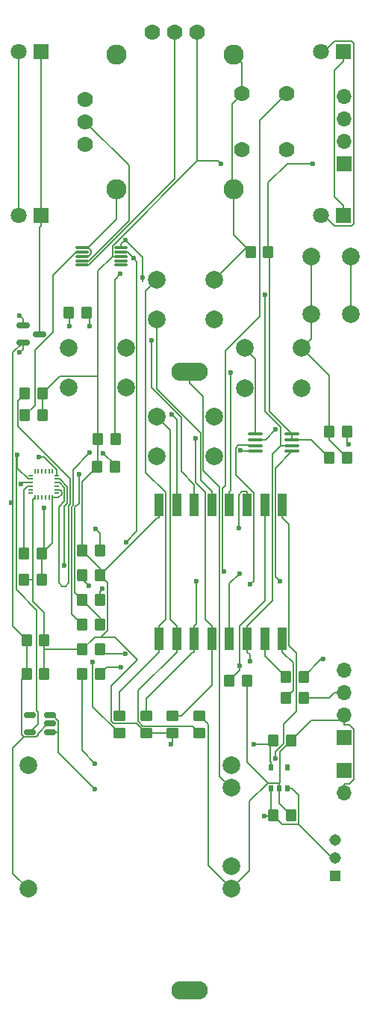
<source format=gbr>
%TF.GenerationSoftware,KiCad,Pcbnew,8.0.5*%
%TF.CreationDate,2026-01-06T21:14:37+02:00*%
%TF.ProjectId,scheme,73636865-6d65-42e6-9b69-6361645f7063,rev?*%
%TF.SameCoordinates,Original*%
%TF.FileFunction,Copper,L1,Top*%
%TF.FilePolarity,Positive*%
%FSLAX46Y46*%
G04 Gerber Fmt 4.6, Leading zero omitted, Abs format (unit mm)*
G04 Created by KiCad (PCBNEW 8.0.5) date 2026-01-06 21:14:37*
%MOMM*%
%LPD*%
G01*
G04 APERTURE LIST*
G04 Aperture macros list*
%AMRoundRect*
0 Rectangle with rounded corners*
0 $1 Rounding radius*
0 $2 $3 $4 $5 $6 $7 $8 $9 X,Y pos of 4 corners*
0 Add a 4 corners polygon primitive as box body*
4,1,4,$2,$3,$4,$5,$6,$7,$8,$9,$2,$3,0*
0 Add four circle primitives for the rounded corners*
1,1,$1+$1,$2,$3*
1,1,$1+$1,$4,$5*
1,1,$1+$1,$6,$7*
1,1,$1+$1,$8,$9*
0 Add four rect primitives between the rounded corners*
20,1,$1+$1,$2,$3,$4,$5,0*
20,1,$1+$1,$4,$5,$6,$7,0*
20,1,$1+$1,$6,$7,$8,$9,0*
20,1,$1+$1,$8,$9,$2,$3,0*%
G04 Aperture macros list end*
%TA.AperFunction,ComponentPad*%
%ADD10O,4.140000X2.070000*%
%TD*%
%TA.AperFunction,ComponentPad*%
%ADD11R,1.800000X1.800000*%
%TD*%
%TA.AperFunction,ComponentPad*%
%ADD12C,1.800000*%
%TD*%
%TA.AperFunction,SMDPad,CuDef*%
%ADD13RoundRect,0.250000X-0.350000X-0.450000X0.350000X-0.450000X0.350000X0.450000X-0.350000X0.450000X0*%
%TD*%
%TA.AperFunction,SMDPad,CuDef*%
%ADD14RoundRect,0.250000X0.350000X0.450000X-0.350000X0.450000X-0.350000X-0.450000X0.350000X-0.450000X0*%
%TD*%
%TA.AperFunction,SMDPad,CuDef*%
%ADD15RoundRect,0.250000X0.450000X-0.350000X0.450000X0.350000X-0.450000X0.350000X-0.450000X-0.350000X0*%
%TD*%
%TA.AperFunction,SMDPad,CuDef*%
%ADD16RoundRect,0.050000X-0.050000X0.225000X-0.050000X-0.225000X0.050000X-0.225000X0.050000X0.225000X0*%
%TD*%
%TA.AperFunction,SMDPad,CuDef*%
%ADD17RoundRect,0.050000X-0.225000X-0.050000X0.225000X-0.050000X0.225000X0.050000X-0.225000X0.050000X0*%
%TD*%
%TA.AperFunction,ComponentPad*%
%ADD18C,2.000000*%
%TD*%
%TA.AperFunction,ComponentPad*%
%ADD19C,1.778000*%
%TD*%
%TA.AperFunction,ComponentPad*%
%ADD20C,2.286000*%
%TD*%
%TA.AperFunction,SMDPad,CuDef*%
%ADD21R,0.550000X0.800000*%
%TD*%
%TA.AperFunction,ComponentPad*%
%ADD22R,1.700000X1.700000*%
%TD*%
%TA.AperFunction,ComponentPad*%
%ADD23O,1.700000X1.700000*%
%TD*%
%TA.AperFunction,SMDPad,CuDef*%
%ADD24RoundRect,0.250000X-0.450000X0.350000X-0.450000X-0.350000X0.450000X-0.350000X0.450000X0.350000X0*%
%TD*%
%TA.AperFunction,SMDPad,CuDef*%
%ADD25RoundRect,0.075000X-0.650000X-0.075000X0.650000X-0.075000X0.650000X0.075000X-0.650000X0.075000X0*%
%TD*%
%TA.AperFunction,SMDPad,CuDef*%
%ADD26RoundRect,0.150000X-0.587500X-0.150000X0.587500X-0.150000X0.587500X0.150000X-0.587500X0.150000X0*%
%TD*%
%TA.AperFunction,SMDPad,CuDef*%
%ADD27RoundRect,0.150000X0.512500X0.150000X-0.512500X0.150000X-0.512500X-0.150000X0.512500X-0.150000X0*%
%TD*%
%TA.AperFunction,SMDPad,CuDef*%
%ADD28R,1.000000X2.500000*%
%TD*%
%TA.AperFunction,SMDPad,CuDef*%
%ADD29RoundRect,0.100000X-0.712500X-0.100000X0.712500X-0.100000X0.712500X0.100000X-0.712500X0.100000X0*%
%TD*%
%TA.AperFunction,ComponentPad*%
%ADD30R,1.308000X1.308000*%
%TD*%
%TA.AperFunction,ComponentPad*%
%ADD31C,1.308000*%
%TD*%
%TA.AperFunction,ViaPad*%
%ADD32C,0.600000*%
%TD*%
%TA.AperFunction,Conductor*%
%ADD33C,0.150000*%
%TD*%
G04 APERTURE END LIST*
D10*
%TO.P,BT1,-*%
%TO.N,Net-(TP4056-module1-b-)*%
X142300000Y-153100000D03*
%TO.P,BT1,+*%
%TO.N,/bt+*%
X142300000Y-83100000D03*
%TD*%
D11*
%TO.P,D1,1,K*%
%TO.N,Net-(D1-K)*%
X125400000Y-46800000D03*
D12*
%TO.P,D1,2,A*%
%TO.N,Net-(D1-A)*%
X122860000Y-46800000D03*
%TD*%
D13*
%TO.P,R14,1*%
%TO.N,/tx*%
X153200000Y-120000000D03*
%TO.P,R14,2*%
%TO.N,/tx-out*%
X155200000Y-120000000D03*
%TD*%
D14*
%TO.P,R4,1*%
%TO.N,Net-(D1-A)*%
X133872400Y-90700000D03*
%TO.P,R4,2*%
%TO.N,+3.3V*%
X131872400Y-90700000D03*
%TD*%
D15*
%TO.P,R12,1*%
%TO.N,Net-(U7-SDO{slash}AD0)*%
X134300000Y-124000000D03*
%TO.P,R12,2*%
%TO.N,GND*%
X134300000Y-122000000D03*
%TD*%
D16*
%TO.P,U3,1,NC*%
%TO.N,unconnected-(U7-NC-Pad1)*%
X126730000Y-94308800D03*
%TO.P,U3,2,NC*%
%TO.N,unconnected-(U7-NC-Pad2)*%
X126330000Y-94308800D03*
%TO.P,U3,3,NC*%
%TO.N,unconnected-(U7-NC-Pad3)*%
X125930000Y-94308800D03*
%TO.P,U3,4,NC*%
%TO.N,unconnected-(U7-NC-Pad4)*%
X125530000Y-94308800D03*
%TO.P,U3,5,NC*%
%TO.N,unconnected-(U7-NC-Pad5)*%
X125130000Y-94308800D03*
%TO.P,U3,6,NC*%
%TO.N,unconnected-(U7-NC-Pad6)*%
X124730000Y-94308800D03*
D17*
%TO.P,U3,7,AUX_CL*%
%TO.N,unconnected-(U7-AUX_CL-Pad7)*%
X124230000Y-94808800D03*
%TO.P,U3,8,VDDIO*%
%TO.N,+1.8V*%
X124230000Y-95208800D03*
%TO.P,U3,9,SDO/AD0*%
%TO.N,Net-(U7-SDO{slash}AD0)*%
X124230000Y-95608800D03*
%TO.P,U3,10,REGOUT*%
%TO.N,Net-(U7-REGOUT)*%
X124230000Y-96008800D03*
%TO.P,U3,11,FSYNC*%
%TO.N,unconnected-(U7-FSYNC-Pad11)*%
X124230000Y-96408800D03*
%TO.P,U3,12,INT1*%
%TO.N,unconnected-(U7-INT1-Pad12)*%
X124230000Y-96808800D03*
D16*
%TO.P,U3,13,VDD*%
%TO.N,+3.3V*%
X124730000Y-97308800D03*
%TO.P,U3,14,NC*%
%TO.N,unconnected-(U7-NC-Pad14)*%
X125130000Y-97308800D03*
%TO.P,U3,15,NC*%
%TO.N,unconnected-(U7-NC-Pad15)*%
X125530000Y-97308800D03*
%TO.P,U3,16,NC*%
%TO.N,unconnected-(U7-NC-Pad16)*%
X125930000Y-97308800D03*
%TO.P,U3,17,NC*%
%TO.N,unconnected-(U7-NC-Pad17)*%
X126330000Y-97308800D03*
%TO.P,U3,18,GND*%
%TO.N,GND*%
X126730000Y-97308800D03*
D17*
%TO.P,U3,19,RESV*%
%TO.N,unconnected-(U7-RESV-Pad19)*%
X127230000Y-96808800D03*
%TO.P,U3,20,GND*%
%TO.N,GND*%
X127230000Y-96408800D03*
%TO.P,U3,21,AUX_DA*%
%TO.N,unconnected-(U7-AUX_DA-Pad21)*%
X127230000Y-96008800D03*
%TO.P,U3,22,~{CS}*%
%TO.N,Net-(U7-~{CS})*%
X127230000Y-95608800D03*
%TO.P,U3,23,SCL/SCLK*%
%TO.N,/SCL_1.8*%
X127230000Y-95208800D03*
%TO.P,U3,24,SDA/SDI*%
%TO.N,/SDA_1.8*%
X127230000Y-94808800D03*
%TD*%
D13*
%TO.P,R17,1*%
%TO.N,Net-(U2-ADC)*%
X146800000Y-118000000D03*
%TO.P,R17,2*%
%TO.N,GND*%
X148800000Y-118000000D03*
%TD*%
D18*
%TO.P,SW3,1,C*%
%TO.N,GND*%
X128550000Y-80350000D03*
X135050000Y-80350000D03*
%TO.P,SW3,2,D*%
%TO.N,/btnA*%
X128550000Y-84850000D03*
X135050000Y-84850000D03*
%TD*%
D19*
%TO.P,U1,B1A,B1A*%
%TO.N,/btn_103-530*%
X153318700Y-51575000D03*
%TO.P,U1,B1B,B1B*%
%TO.N,unconnected-(U1-PadB1B)*%
X153318700Y-57925000D03*
%TO.P,U1,B2A,B2A*%
%TO.N,GND*%
X148238700Y-51575000D03*
%TO.P,U1,B2B,B2B*%
%TO.N,unconnected-(U1-PadB2B)*%
X148238700Y-57925000D03*
%TO.P,U1,H1,H+*%
%TO.N,GND*%
X130458700Y-52210000D03*
%TO.P,U1,H2,H*%
%TO.N,/analog0*%
X130458700Y-54750000D03*
%TO.P,U1,H3,H-*%
%TO.N,+3.3V*%
X130458700Y-57290000D03*
D20*
%TO.P,U1,S1,SHIELD*%
%TO.N,GND*%
X147286200Y-47130000D03*
X133951200Y-47130000D03*
X147286200Y-62370000D03*
X133951200Y-62370000D03*
D19*
%TO.P,U1,V1,V+*%
%TO.N,+3.3V*%
X143158700Y-44590000D03*
%TO.P,U1,V2,V*%
%TO.N,/analog1*%
X140618700Y-44590000D03*
%TO.P,U1,V3,V-*%
%TO.N,GND*%
X138078700Y-44590000D03*
%TD*%
D11*
%TO.P,D4,1,K*%
%TO.N,Net-(D1-K)*%
X159675000Y-65400000D03*
D12*
%TO.P,D4,2,A*%
%TO.N,Net-(D1-A)*%
X157135000Y-65400000D03*
%TD*%
D21*
%TO.P,U7,1,VIN*%
%TO.N,+4.2V*%
X151500000Y-130250000D03*
%TO.P,U7,2,GND*%
%TO.N,GND*%
X152450000Y-130250000D03*
%TO.P,U7,3,EN*%
%TO.N,+4.2V*%
X153400000Y-130250000D03*
%TO.P,U7,4,NC*%
%TO.N,unconnected-(U4-NC-Pad4)*%
X153400000Y-127850000D03*
%TO.P,U7,5,VOUT*%
%TO.N,+3.3V*%
X151500000Y-127850000D03*
%TD*%
D22*
%TO.P,J1,1,Pin_1*%
%TO.N,Net-(J1-Pin_1)*%
X159800000Y-128225000D03*
D23*
%TO.P,J1,2,Pin_2*%
%TO.N,GND*%
X159800000Y-130765000D03*
%TD*%
D13*
%TO.P,C2,1*%
%TO.N,Net-(U7-REGOUT)*%
X123500000Y-103678800D03*
%TO.P,C2,2*%
%TO.N,GND*%
X125500000Y-103678800D03*
%TD*%
%TO.P,C3,1*%
%TO.N,+3.3V*%
X123500000Y-106600000D03*
%TO.P,C3,2*%
%TO.N,GND*%
X125500000Y-106600000D03*
%TD*%
D24*
%TO.P,R16,1*%
%TO.N,/btnA*%
X140366700Y-122000000D03*
%TO.P,R16,2*%
%TO.N,+3.3V*%
X140366700Y-124000000D03*
%TD*%
D13*
%TO.P,C8,1*%
%TO.N,+3.3V*%
X151800000Y-124800000D03*
%TO.P,C8,2*%
%TO.N,GND*%
X153800000Y-124800000D03*
%TD*%
D25*
%TO.P,U2,1,ADDR*%
%TO.N,GND*%
X130100000Y-69000000D03*
%TO.P,U2,2,ALERT/RDY*%
%TO.N,Net-(U5-ALERT{slash}RDY)*%
X130100000Y-69500000D03*
%TO.P,U2,3,GND*%
%TO.N,GND*%
X130100000Y-70000000D03*
%TO.P,U2,4,AIN0*%
%TO.N,/analog0*%
X130100000Y-70500000D03*
%TO.P,U2,5,AIN1*%
%TO.N,/analog1*%
X130100000Y-71000000D03*
%TO.P,U2,6,AIN2*%
%TO.N,unconnected-(U5-AIN2-Pad6)*%
X134500000Y-71000000D03*
%TO.P,U2,7,AIN3*%
%TO.N,unconnected-(U5-AIN3-Pad7)*%
X134500000Y-70500000D03*
%TO.P,U2,8,VDD*%
%TO.N,+3.3V*%
X134500000Y-70000000D03*
%TO.P,U2,9,SDA*%
%TO.N,/SDA*%
X134500000Y-69500000D03*
%TO.P,U2,10,SCL*%
%TO.N,/SCL*%
X134500000Y-69000000D03*
%TD*%
D26*
%TO.P,Q1,1,B*%
%TO.N,Net-(Q1-B)*%
X123362500Y-77850000D03*
%TO.P,Q1,2,E*%
%TO.N,GND*%
X123362500Y-79750000D03*
%TO.P,Q1,3,C*%
%TO.N,Net-(D1-K)*%
X125237500Y-78800000D03*
%TD*%
D13*
%TO.P,R10,1*%
%TO.N,/bt+*%
X130100000Y-117300000D03*
%TO.P,R10,2*%
%TO.N,Net-(U2-ADC)*%
X132100000Y-117300000D03*
%TD*%
D27*
%TO.P,U6,1,V_{IN}*%
%TO.N,+4.2V*%
X126437500Y-123850000D03*
%TO.P,U6,2,V_{SS}*%
%TO.N,GND*%
X126437500Y-122900000D03*
%TO.P,U6,3,CE*%
%TO.N,+4.2V*%
X126437500Y-121950000D03*
%TO.P,U6,4,NC*%
%TO.N,unconnected-(U6-NC-Pad4)*%
X124162500Y-121950000D03*
%TO.P,U6,5,V_{OUT}*%
%TO.N,+1.8V*%
X124162500Y-123850000D03*
%TD*%
D13*
%TO.P,R7,1*%
%TO.N,+3.3V*%
X130100000Y-103300000D03*
%TO.P,R7,2*%
%TO.N,Net-(U2-EN)*%
X132100000Y-103300000D03*
%TD*%
D18*
%TO.P,SW2,1,C*%
%TO.N,Net-(SW4-C)*%
X138550000Y-88150000D03*
X145050000Y-88150000D03*
%TO.P,SW2,2,D*%
%TO.N,Net-(SW4-D)*%
X138550000Y-92650000D03*
X145050000Y-92650000D03*
%TD*%
D13*
%TO.P,R15,1*%
%TO.N,/rx*%
X153200000Y-117600000D03*
%TO.P,R15,2*%
%TO.N,/rx-out*%
X155200000Y-117600000D03*
%TD*%
D14*
%TO.P,R6,1*%
%TO.N,+1.8V*%
X132100000Y-111700000D03*
%TO.P,R6,2*%
%TO.N,/SDA_1.8*%
X130100000Y-111700000D03*
%TD*%
D13*
%TO.P,C6,1*%
%TO.N,+3.3V*%
X158100000Y-92800000D03*
%TO.P,C6,2*%
%TO.N,GND*%
X160100000Y-92800000D03*
%TD*%
%TO.P,R11,1*%
%TO.N,+3.3V*%
X130100000Y-114500000D03*
%TO.P,R11,2*%
%TO.N,/SCL*%
X132100000Y-114500000D03*
%TD*%
D14*
%TO.P,R8,1*%
%TO.N,+3.3V*%
X125600000Y-88000000D03*
%TO.P,R8,2*%
%TO.N,Net-(U5-ALERT{slash}RDY)*%
X123600000Y-88000000D03*
%TD*%
D28*
%TO.P,U4,1,~{RST}*%
%TO.N,Net-(J1-Pin_1)*%
X152800000Y-98100000D03*
%TO.P,U4,2,ADC*%
%TO.N,Net-(U2-ADC)*%
X150800000Y-98100000D03*
%TO.P,U4,3,EN*%
%TO.N,Net-(U2-EN)*%
X148800000Y-98100000D03*
%TO.P,U4,4,GPIO16*%
%TO.N,/btnB*%
X146800000Y-98100000D03*
%TO.P,U4,5,GPIO14*%
%TO.N,/btnX*%
X144800000Y-98100000D03*
%TO.P,U4,6,GPIO12*%
%TO.N,/led-output*%
X142800000Y-98100000D03*
%TO.P,U4,7,GPIO13*%
%TO.N,/btnY*%
X140800000Y-98100000D03*
%TO.P,U4,8,VCC*%
%TO.N,+3.3V*%
X138800000Y-98100000D03*
%TO.P,U4,15,GND*%
%TO.N,GND*%
X138800000Y-113300000D03*
%TO.P,U4,16,GPIO15*%
%TO.N,Net-(SW4-C)*%
X140800000Y-113300000D03*
%TO.P,U4,17,GPIO2*%
%TO.N,/btn_103-530*%
X142800000Y-113300000D03*
%TO.P,U4,18,GPIO0*%
%TO.N,/btnA*%
X144800000Y-113300000D03*
%TO.P,U4,19,GPIO4*%
%TO.N,/SDA*%
X146800000Y-113300000D03*
%TO.P,U4,20,GPIO5*%
%TO.N,/SCL*%
X148800000Y-113300000D03*
%TO.P,U4,21,GPIO3/RXD*%
%TO.N,/rx*%
X150800000Y-113300000D03*
%TO.P,U4,22,GPIO1/TXD*%
%TO.N,/tx*%
X152800000Y-113300000D03*
%TD*%
D14*
%TO.P,R5,1*%
%TO.N,+3.3V*%
X132100000Y-106100000D03*
%TO.P,R5,2*%
%TO.N,/SDA*%
X130100000Y-106100000D03*
%TD*%
%TO.P,C5,1*%
%TO.N,+1.8V*%
X160100000Y-89800000D03*
%TO.P,C5,2*%
%TO.N,GND*%
X158100000Y-89800000D03*
%TD*%
D13*
%TO.P,R1,1*%
%TO.N,Net-(Q1-B)*%
X128600000Y-76400000D03*
%TO.P,R1,2*%
%TO.N,/led-output*%
X130600000Y-76400000D03*
%TD*%
D11*
%TO.P,D2,1,K*%
%TO.N,Net-(D1-K)*%
X159675000Y-46800000D03*
D12*
%TO.P,D2,2,A*%
%TO.N,Net-(D1-A)*%
X157135000Y-46800000D03*
%TD*%
D29*
%TO.P,U5,1,GND*%
%TO.N,GND*%
X149687500Y-90125000D03*
%TO.P,U5,2,VREF1*%
%TO.N,+1.8V*%
X149687500Y-90775000D03*
%TO.P,U5,3,SCL1*%
%TO.N,/SCL_1.8*%
X149687500Y-91425000D03*
%TO.P,U5,4,SDA1*%
%TO.N,/SDA_1.8*%
X149687500Y-92075000D03*
%TO.P,U5,5,SDA2*%
%TO.N,/SDA*%
X153912500Y-92075000D03*
%TO.P,U5,6,SCL2*%
%TO.N,/SCL*%
X153912500Y-91425000D03*
%TO.P,U5,7,VREF2*%
%TO.N,+3.3V*%
X153912500Y-90775000D03*
%TO.P,U5,8,EN*%
X153912500Y-90125000D03*
%TD*%
D11*
%TO.P,D3,1,K*%
%TO.N,Net-(D1-K)*%
X125400000Y-65400000D03*
D12*
%TO.P,D3,2,A*%
%TO.N,Net-(D1-A)*%
X122860000Y-65400000D03*
%TD*%
D13*
%TO.P,C9,1*%
%TO.N,+4.2V*%
X151800000Y-133300000D03*
%TO.P,C9,2*%
%TO.N,GND*%
X153800000Y-133300000D03*
%TD*%
D14*
%TO.P,R9,1*%
%TO.N,Net-(SW4-D)*%
X133800000Y-93800000D03*
%TO.P,R9,2*%
%TO.N,+3.3V*%
X131800000Y-93800000D03*
%TD*%
D18*
%TO.P,TP1,1,dc+*%
%TO.N,+5C*%
X123995000Y-127605000D03*
%TO.P,TP1,2,dc-*%
%TO.N,GND*%
X123995000Y-141605000D03*
%TO.P,TP1,3,out+*%
%TO.N,Net-(TP4056-module1-out+)*%
X146995000Y-127605000D03*
%TO.P,TP1,4,out-*%
%TO.N,GND*%
X146995000Y-141605000D03*
%TO.P,TP1,5,b+*%
%TO.N,/bt+*%
X146995000Y-130145000D03*
%TO.P,TP1,6,b-*%
%TO.N,Net-(TP4056-module1-b-)*%
X146995000Y-139065000D03*
%TD*%
D14*
%TO.P,R2,1*%
%TO.N,+3.3V*%
X125600000Y-85510800D03*
%TO.P,R2,2*%
%TO.N,Net-(U7-~{CS})*%
X123600000Y-85510800D03*
%TD*%
D18*
%TO.P,SW4,1,C*%
%TO.N,GND*%
X148500000Y-80400000D03*
X155000000Y-80400000D03*
%TO.P,SW4,2,D*%
%TO.N,/btnY*%
X148500000Y-84900000D03*
X155000000Y-84900000D03*
%TD*%
D13*
%TO.P,R3,1*%
%TO.N,+1.8V*%
X130100000Y-108900000D03*
%TO.P,R3,2*%
%TO.N,/SCL_1.8*%
X132100000Y-108900000D03*
%TD*%
D24*
%TO.P,R13,1*%
%TO.N,/btn_103-530*%
X137333300Y-122000000D03*
%TO.P,R13,2*%
%TO.N,+3.3V*%
X137333300Y-124000000D03*
%TD*%
D14*
%TO.P,C1,1*%
%TO.N,+3.3V*%
X151200000Y-69500000D03*
%TO.P,C1,2*%
%TO.N,GND*%
X149200000Y-69500000D03*
%TD*%
%TO.P,C7,1*%
%TO.N,+3.3V*%
X125800000Y-117300000D03*
%TO.P,C7,2*%
%TO.N,GND*%
X123800000Y-117300000D03*
%TD*%
D18*
%TO.P,SW1,1,C*%
%TO.N,GND*%
X138550000Y-72650000D03*
X145050000Y-72650000D03*
%TO.P,SW1,2,D*%
%TO.N,/btnX*%
X138550000Y-77150000D03*
X145050000Y-77150000D03*
%TD*%
D24*
%TO.P,R18,1*%
%TO.N,GND*%
X143400000Y-122000000D03*
%TO.P,R18,2*%
%TO.N,Net-(SW4-C)*%
X143400000Y-124000000D03*
%TD*%
D14*
%TO.P,C4,1*%
%TO.N,+3.3V*%
X125800000Y-113450000D03*
%TO.P,C4,2*%
%TO.N,GND*%
X123800000Y-113450000D03*
%TD*%
D30*
%TO.P,S1,1,1*%
%TO.N,Net-(TP4056-module1-out+)*%
X158800000Y-140100000D03*
D31*
%TO.P,S1,2,2*%
%TO.N,+4.2V*%
X158800000Y-138100000D03*
%TO.P,S1,3,3*%
%TO.N,unconnected-(S1-Pad3)*%
X158800000Y-136100000D03*
%TD*%
D22*
%TO.P,J2,1,Pin_1*%
%TO.N,+3.3V*%
X159800000Y-59500000D03*
D23*
%TO.P,J2,2,Pin_2*%
%TO.N,GND*%
X159800000Y-56960000D03*
%TO.P,J2,3,Pin_3*%
%TO.N,/SCL*%
X159800000Y-54420000D03*
%TO.P,J2,4,Pin_4*%
%TO.N,/SDA*%
X159800000Y-51880000D03*
%TD*%
D22*
%TO.P,prog1,1,Pin_1*%
%TO.N,+5C*%
X159800000Y-124500000D03*
D23*
%TO.P,prog1,2,Pin_2*%
%TO.N,GND*%
X159800000Y-121960000D03*
%TO.P,prog1,3,Pin_3*%
%TO.N,/tx-out*%
X159800000Y-119420000D03*
%TO.P,prog1,4,Pin_4*%
%TO.N,/rx-out*%
X159800000Y-116880000D03*
%TD*%
D18*
%TO.P,SW5,1,C*%
%TO.N,GND*%
X156050000Y-70050000D03*
X156050000Y-76550000D03*
%TO.P,SW5,2,D*%
%TO.N,/btnB*%
X160550000Y-70050000D03*
X160550000Y-76550000D03*
%TD*%
D32*
%TO.N,Net-(U2-ADC)*%
X134500000Y-116500000D03*
X147973800Y-116376800D03*
%TO.N,Net-(SW4-D)*%
X132466700Y-92272800D03*
%TO.N,Net-(U7-SDO{slash}AD0)*%
X123120600Y-95765700D03*
X131250000Y-115925900D03*
%TO.N,Net-(U2-EN)*%
X131580500Y-100867000D03*
X147821800Y-100750000D03*
%TO.N,/led-output*%
X130956000Y-77932400D03*
X137931300Y-79544400D03*
%TO.N,Net-(Q1-B)*%
X128621000Y-77932400D03*
X122990800Y-76683000D03*
%TO.N,/SDA_1.8*%
X148009900Y-91925000D03*
X125168500Y-92702300D03*
X130956000Y-92250000D03*
%TO.N,/SCL_1.8*%
X149149300Y-107150200D03*
X132402700Y-107659800D03*
X128041600Y-105000000D03*
%TO.N,+1.8V*%
X152050400Y-89621900D03*
X160294200Y-91241100D03*
X122750700Y-92500000D03*
X129750000Y-94698200D03*
%TO.N,+4.2V*%
X131550300Y-130338000D03*
X150707000Y-133369900D03*
%TO.N,Net-(D1-A)*%
X134421800Y-72009900D03*
%TO.N,/btnB*%
X146896300Y-83184400D03*
%TO.N,/btnY*%
X140251800Y-87898800D03*
%TO.N,/btn_103-530*%
X146211600Y-105649300D03*
X143036300Y-106761200D03*
%TO.N,/btnA*%
X142981400Y-90624200D03*
%TO.N,/SDA*%
X147915400Y-105897300D03*
X135098500Y-102348500D03*
X135930100Y-70208200D03*
X152512400Y-106761200D03*
X130851700Y-107285600D03*
%TO.N,/SCL*%
X135000000Y-115000000D03*
X149131900Y-115813000D03*
X134961800Y-68145000D03*
X136965200Y-72405400D03*
X150786200Y-74343100D03*
%TO.N,Net-(J1-Pin_1)*%
X151975000Y-126837500D03*
%TO.N,/bt+*%
X131550300Y-127390900D03*
%TO.N,/rx-out*%
X157393800Y-115602500D03*
%TO.N,GND*%
X125732100Y-98488700D03*
X122065300Y-97919900D03*
X122990800Y-80880700D03*
%TO.N,+3.3V*%
X156250000Y-59500000D03*
X145800200Y-59500000D03*
X149545000Y-125246200D03*
X140164800Y-125259200D03*
%TD*%
D33*
%TO.N,GND*%
X122250000Y-139860000D02*
X123995000Y-141605000D01*
X122250000Y-125680300D02*
X122250000Y-139860000D01*
X123508600Y-124421700D02*
X122250000Y-125680300D01*
%TO.N,Net-(U7-SDO{slash}AD0)*%
X131272300Y-120972300D02*
X134300000Y-124000000D01*
X131272300Y-116648900D02*
X131272300Y-120972300D01*
X131250000Y-116626600D02*
X131272300Y-116648900D01*
X131250000Y-115925900D02*
X131250000Y-116626600D01*
%TO.N,/SCL*%
X132600000Y-115000000D02*
X132100000Y-114500000D01*
X135000000Y-115000000D02*
X132600000Y-115000000D01*
%TO.N,Net-(U2-ADC)*%
X132900000Y-116500000D02*
X132100000Y-117300000D01*
X134500000Y-116500000D02*
X132900000Y-116500000D01*
%TO.N,+3.3V*%
X133850000Y-113100000D02*
X132227100Y-113100000D01*
X133360900Y-118639100D02*
X136375000Y-115625000D01*
X133360900Y-122601100D02*
X133360900Y-118639100D01*
X136227100Y-122893800D02*
X133653600Y-122893800D01*
X133653600Y-122893800D02*
X133360900Y-122601100D01*
X137333300Y-124000000D02*
X136227100Y-122893800D01*
X136375000Y-115625000D02*
X133850000Y-113100000D01*
%TO.N,/SDA*%
X130100000Y-106533900D02*
X130100000Y-106100000D01*
X130851700Y-107285600D02*
X130100000Y-106533900D01*
%TO.N,/SCL_1.8*%
X132100000Y-107962500D02*
X132100000Y-108900000D01*
X132402700Y-107659800D02*
X132100000Y-107962500D01*
%TO.N,/SDA*%
X136305400Y-101141600D02*
X136305400Y-70583500D01*
X135098500Y-102348500D02*
X136305400Y-101141600D01*
X136305400Y-70583500D02*
X135930100Y-70208200D01*
%TO.N,/SCL_1.8*%
X128428100Y-96093200D02*
X127543700Y-95208800D01*
X127543700Y-95208800D02*
X127230000Y-95208800D01*
X128041600Y-98332200D02*
X128428100Y-97945700D01*
X128041600Y-105000000D02*
X128041600Y-98332200D01*
X128428100Y-97945700D02*
X128428100Y-96093200D01*
%TO.N,+3.3V*%
X153386800Y-59500000D02*
X151200000Y-61686800D01*
X156250000Y-59500000D02*
X153386800Y-59500000D01*
X151200000Y-61686800D02*
X151200000Y-69500000D01*
%TO.N,+1.8V*%
X129220100Y-108020100D02*
X130100000Y-108900000D01*
X129220100Y-98433900D02*
X129220100Y-108020100D01*
X129750000Y-94698200D02*
X129704800Y-94743400D01*
X129704800Y-94743400D02*
X129704800Y-97949200D01*
X129704800Y-97949200D02*
X129220100Y-98433900D01*
%TO.N,Net-(U7-SDO{slash}AD0)*%
X123277500Y-95608800D02*
X124230000Y-95608800D01*
X123120600Y-95765700D02*
X123277500Y-95608800D01*
%TO.N,+1.8V*%
X125066800Y-121560900D02*
X125066800Y-122945700D01*
X124933400Y-110036700D02*
X124933400Y-121427500D01*
X125066800Y-122945700D02*
X124162500Y-123850000D01*
X122595600Y-107698900D02*
X124933400Y-110036700D01*
X122750700Y-92500000D02*
X122595600Y-92655100D01*
X124933400Y-121427500D02*
X125066800Y-121560900D01*
X123964706Y-95208800D02*
X124230000Y-95208800D01*
X122595600Y-92655100D02*
X122595600Y-107698900D01*
X122750700Y-93994794D02*
X123964706Y-95208800D01*
X122750700Y-92500000D02*
X122750700Y-93994794D01*
%TO.N,Net-(U2-EN)*%
X148194600Y-96623300D02*
X148800000Y-96623300D01*
X147821800Y-96996100D02*
X148194600Y-96623300D01*
X147821800Y-100750000D02*
X147821800Y-96996100D01*
X148800000Y-96623300D02*
X148800000Y-98100000D01*
%TO.N,Net-(U2-ADC)*%
X147973800Y-116826200D02*
X146800000Y-118000000D01*
X147973800Y-116376800D02*
X147973800Y-116826200D01*
X147973800Y-111827100D02*
X147973800Y-116376800D01*
X150800000Y-109000900D02*
X147973800Y-111827100D01*
X150800000Y-98100000D02*
X150800000Y-109000900D01*
%TO.N,Net-(SW4-D)*%
X133800000Y-93606100D02*
X132466700Y-92272800D01*
X133800000Y-93800000D02*
X133800000Y-93606100D01*
%TO.N,Net-(U7-~{CS})*%
X127516900Y-95608800D02*
X127230000Y-95608800D01*
X128062500Y-96154400D02*
X127516900Y-95608800D01*
X128062500Y-97734800D02*
X128062500Y-96154400D01*
X127433400Y-98363900D02*
X128062500Y-97734800D01*
X127433400Y-106929400D02*
X127433400Y-98363900D01*
X127830800Y-107326800D02*
X127433400Y-106929400D01*
X128227600Y-107326800D02*
X127830800Y-107326800D01*
X128579800Y-106974600D02*
X128227600Y-107326800D01*
X128579800Y-98220800D02*
X128579800Y-106974600D01*
X128729800Y-98070800D02*
X128579800Y-98220800D01*
X128729800Y-95180700D02*
X128729800Y-98070800D01*
X122771500Y-89222400D02*
X128729800Y-95180700D01*
X122771500Y-86339300D02*
X122771500Y-89222400D01*
X123600000Y-85510800D02*
X122771500Y-86339300D01*
%TO.N,Net-(U5-ALERT{slash}RDY)*%
X129402000Y-69500000D02*
X130100000Y-69500000D01*
X126751300Y-72150700D02*
X129402000Y-69500000D01*
X126751300Y-78568200D02*
X126751300Y-72150700D01*
X124750000Y-80569500D02*
X126751300Y-78568200D01*
X124750000Y-86850000D02*
X124750000Y-80569500D01*
X123600000Y-88000000D02*
X124750000Y-86850000D01*
%TO.N,Net-(SW4-C)*%
X136405600Y-119171100D02*
X140800000Y-114776700D01*
X136405600Y-122633800D02*
X136405600Y-119171100D01*
X136944100Y-123172300D02*
X136405600Y-122633800D01*
X142572300Y-123172300D02*
X136944100Y-123172300D01*
X143400000Y-124000000D02*
X142572300Y-123172300D01*
X140073300Y-89673300D02*
X138550000Y-88150000D01*
X140073300Y-111096600D02*
X140073300Y-89673300D01*
X140800000Y-111823300D02*
X140073300Y-111096600D01*
X140800000Y-113300000D02*
X140800000Y-111823300D01*
X140800000Y-113300000D02*
X140800000Y-114776700D01*
%TO.N,Net-(U2-EN)*%
X132100000Y-101386500D02*
X131580500Y-100867000D01*
X132100000Y-103300000D02*
X132100000Y-101386500D01*
%TO.N,Net-(U7-REGOUT)*%
X123918500Y-96008800D02*
X124230000Y-96008800D01*
X123500000Y-96427300D02*
X123918500Y-96008800D01*
X123500000Y-103678800D02*
X123500000Y-96427300D01*
%TO.N,/led-output*%
X130956000Y-76756000D02*
X130956000Y-77932400D01*
X130600000Y-76400000D02*
X130956000Y-76756000D01*
X142800000Y-95813900D02*
X142800000Y-98100000D01*
X141311000Y-94324900D02*
X142800000Y-95813900D01*
X141311000Y-88208900D02*
X141311000Y-94324900D01*
X137931300Y-84829200D02*
X141311000Y-88208900D01*
X137931300Y-79544400D02*
X137931300Y-84829200D01*
%TO.N,Net-(Q1-B)*%
X128621000Y-76421000D02*
X128621000Y-77932400D01*
X128600000Y-76400000D02*
X128621000Y-76421000D01*
X123362500Y-77054700D02*
X123362500Y-77850000D01*
X122990800Y-76683000D02*
X123362500Y-77054700D01*
%TO.N,/rx*%
X150800000Y-115200000D02*
X153200000Y-117600000D01*
X150800000Y-113300000D02*
X150800000Y-115200000D01*
%TO.N,/SDA_1.8*%
X148159900Y-92075000D02*
X148009900Y-91925000D01*
X149687500Y-92075000D02*
X148159900Y-92075000D01*
X127230000Y-94126300D02*
X127230000Y-94808800D01*
X125806000Y-92702300D02*
X127230000Y-94126300D01*
X125168500Y-92702300D02*
X125806000Y-92702300D01*
X129031500Y-94174500D02*
X130956000Y-92250000D01*
X129031500Y-98195800D02*
X129031500Y-94174500D01*
X128918400Y-98308900D02*
X129031500Y-98195800D01*
X128918400Y-110518400D02*
X128918400Y-98308900D01*
X130100000Y-111700000D02*
X128918400Y-110518400D01*
%TO.N,/SCL_1.8*%
X149631400Y-91368900D02*
X149687500Y-91425000D01*
X147783500Y-91368900D02*
X149631400Y-91368900D01*
X147483100Y-91669300D02*
X147783500Y-91368900D01*
X147483100Y-94712500D02*
X147483100Y-91669300D01*
X149526700Y-96756100D02*
X147483100Y-94712500D01*
X149526700Y-106772800D02*
X149526700Y-96756100D01*
X149149300Y-107150200D02*
X149526700Y-106772800D01*
%TO.N,+1.8V*%
X160100000Y-91046900D02*
X160100000Y-89800000D01*
X160294200Y-91241100D02*
X160100000Y-91046900D01*
X132100000Y-110900000D02*
X130100000Y-108900000D01*
X132100000Y-111700000D02*
X132100000Y-110900000D01*
X150897300Y-90775000D02*
X149687500Y-90775000D01*
X152050400Y-89621900D02*
X150897300Y-90775000D01*
%TO.N,+4.2V*%
X158473200Y-138100000D02*
X158800000Y-138100000D01*
X154646100Y-134272900D02*
X158473200Y-138100000D01*
X152772900Y-134272900D02*
X151800000Y-133300000D01*
X154646100Y-134272900D02*
X152772900Y-134272900D01*
X154646100Y-130994400D02*
X154646100Y-134272900D01*
X153901700Y-130250000D02*
X154646100Y-130994400D01*
X153400000Y-130250000D02*
X153901700Y-130250000D01*
X127379200Y-122577800D02*
X127379200Y-123850000D01*
X126751400Y-121950000D02*
X127379200Y-122577800D01*
X126437500Y-121950000D02*
X126751400Y-121950000D01*
X151130100Y-133369900D02*
X151500000Y-133000000D01*
X150707000Y-133369900D02*
X151130100Y-133369900D01*
X151500000Y-130250000D02*
X151500000Y-133000000D01*
X151500000Y-133000000D02*
X151800000Y-133300000D01*
X127379200Y-123850000D02*
X126437500Y-123850000D01*
X127379200Y-126166900D02*
X131550300Y-130338000D01*
X127379200Y-123850000D02*
X127379200Y-126166900D01*
%TO.N,Net-(D1-A)*%
X157183000Y-46752000D02*
X157135000Y-46800000D01*
X157602500Y-46752000D02*
X157183000Y-46752000D01*
X157602500Y-46751900D02*
X157602500Y-46752000D01*
X158681100Y-45673300D02*
X157602500Y-46751900D01*
X160668900Y-45673300D02*
X158681100Y-45673300D01*
X160876700Y-45881100D02*
X160668900Y-45673300D01*
X160876700Y-66318900D02*
X160876700Y-45881100D01*
X160668900Y-66526700D02*
X160876700Y-66318900D01*
X158681100Y-66526700D02*
X160668900Y-66526700D01*
X157554500Y-65400100D02*
X158681100Y-66526700D01*
X157554500Y-65400000D02*
X157554500Y-65400100D01*
X157135000Y-65400000D02*
X157554500Y-65400000D01*
X133804000Y-72627700D02*
X134421800Y-72009900D01*
X133804000Y-90631600D02*
X133804000Y-72627700D01*
X133872400Y-90700000D02*
X133804000Y-90631600D01*
X122860000Y-65400000D02*
X122860000Y-46800000D01*
%TO.N,/analog1*%
X130827200Y-71000000D02*
X130100000Y-71000000D01*
X140618700Y-61208500D02*
X130827200Y-71000000D01*
X140618700Y-44590000D02*
X140618700Y-61208500D01*
%TO.N,/analog0*%
X130825300Y-70500000D02*
X130100000Y-70500000D01*
X135391400Y-65933900D02*
X130825300Y-70500000D01*
X135391400Y-59682700D02*
X135391400Y-65933900D01*
X130458700Y-54750000D02*
X135391400Y-59682700D01*
%TO.N,/btnX*%
X144800000Y-98100000D02*
X144800000Y-96623300D01*
X138550000Y-85021200D02*
X138550000Y-77150000D01*
X143508100Y-89979300D02*
X138550000Y-85021200D01*
X143508100Y-95331400D02*
X143508100Y-89979300D01*
X144800000Y-96623300D02*
X143508100Y-95331400D01*
%TO.N,/btnB*%
X160550000Y-76550000D02*
X160550000Y-70050000D01*
X146896300Y-96527000D02*
X146800000Y-96623300D01*
X146896300Y-83184400D02*
X146896300Y-96527000D01*
X146800000Y-98100000D02*
X146800000Y-96623300D01*
%TO.N,/btnY*%
X140800000Y-88447000D02*
X140251800Y-87898800D01*
X140800000Y-98100000D02*
X140800000Y-88447000D01*
%TO.N,/btn_103-530*%
X142644500Y-114776700D02*
X142800000Y-114776700D01*
X137333300Y-120087900D02*
X142644500Y-114776700D01*
X137333300Y-122000000D02*
X137333300Y-120087900D01*
X142800000Y-113300000D02*
X142800000Y-114776700D01*
X143036300Y-111587000D02*
X142800000Y-111823300D01*
X143036300Y-106761200D02*
X143036300Y-111587000D01*
X142800000Y-113300000D02*
X142800000Y-111823300D01*
X146038100Y-105475800D02*
X146211600Y-105649300D01*
X146038100Y-96271800D02*
X146038100Y-105475800D01*
X146369600Y-95940300D02*
X146038100Y-96271800D01*
X146369600Y-80727300D02*
X146369600Y-95940300D01*
X150259500Y-76837400D02*
X146369600Y-80727300D01*
X150259500Y-54634200D02*
X150259500Y-76837400D01*
X153318700Y-51575000D02*
X150259500Y-54634200D01*
%TO.N,/btnA*%
X144800000Y-113300000D02*
X144800000Y-111823300D01*
X141369900Y-122000000D02*
X140366700Y-122000000D01*
X144800000Y-118569900D02*
X141369900Y-122000000D01*
X144800000Y-113300000D02*
X144800000Y-118569900D01*
X142981400Y-95568600D02*
X142981400Y-90624200D01*
X144073300Y-96660500D02*
X142981400Y-95568600D01*
X144073300Y-111096600D02*
X144073300Y-96660500D01*
X144800000Y-111823300D02*
X144073300Y-111096600D01*
%TO.N,/SDA*%
X146800000Y-113300000D02*
X146800000Y-111823300D01*
X135221900Y-69500000D02*
X135930100Y-70208200D01*
X134500000Y-69500000D02*
X135221900Y-69500000D01*
X152013200Y-93974300D02*
X153912500Y-92075000D01*
X152013200Y-106262000D02*
X152013200Y-93974300D01*
X152512400Y-106761200D02*
X152013200Y-106262000D01*
X146800000Y-107012700D02*
X147915400Y-105897300D01*
X146800000Y-111823300D02*
X146800000Y-107012700D01*
%TO.N,/SCL*%
X148800000Y-113300000D02*
X148800000Y-111823300D01*
X149131900Y-115108600D02*
X148800000Y-114776700D01*
X149131900Y-115813000D02*
X149131900Y-115108600D01*
X148800000Y-113300000D02*
X148800000Y-114776700D01*
X134500000Y-68606800D02*
X134500000Y-69000000D01*
X134961800Y-68145000D02*
X134500000Y-68606800D01*
X136965200Y-70148400D02*
X136965200Y-72405400D01*
X134961800Y-68145000D02*
X136965200Y-70148400D01*
X151649900Y-108973400D02*
X148800000Y-111823300D01*
X151649900Y-92374200D02*
X151649900Y-108973400D01*
X152599100Y-91425000D02*
X151649900Y-92374200D01*
X153912500Y-91425000D02*
X152599100Y-91425000D01*
X152599100Y-89331000D02*
X152599100Y-91425000D01*
X150786200Y-87518100D02*
X152599100Y-89331000D01*
X150786200Y-74343100D02*
X150786200Y-87518100D01*
X136965200Y-72405400D02*
X136965200Y-72810300D01*
X136965200Y-72810300D02*
X136965200Y-72405400D01*
%TO.N,/tx*%
X152800000Y-113300000D02*
X152800000Y-114776700D01*
X154049800Y-119150200D02*
X153200000Y-120000000D01*
X154049800Y-116026500D02*
X154049800Y-119150200D01*
X152800000Y-114776700D02*
X154049800Y-116026500D01*
%TO.N,Net-(J1-Pin_1)*%
X151975000Y-126100400D02*
X151975000Y-126837500D01*
X152906200Y-125169200D02*
X151975000Y-126100400D01*
X152906200Y-122986200D02*
X152906200Y-125169200D01*
X154371300Y-121521100D02*
X152906200Y-122986200D01*
X154371300Y-114888700D02*
X154371300Y-121521100D01*
X153526700Y-114044100D02*
X154371300Y-114888700D01*
X153526700Y-100303400D02*
X153526700Y-114044100D01*
X152800000Y-99576700D02*
X153526700Y-100303400D01*
X152800000Y-98100000D02*
X152800000Y-99576700D01*
%TO.N,/bt+*%
X130100000Y-125940600D02*
X131550300Y-127390900D01*
X130100000Y-117300000D02*
X130100000Y-125940600D01*
X142300000Y-83100000D02*
X142300000Y-84361700D01*
X145680200Y-128830200D02*
X146995000Y-130145000D01*
X145680100Y-128830200D02*
X145680200Y-128830200D01*
X145680100Y-96112600D02*
X145680100Y-128830200D01*
X143809800Y-94242300D02*
X145680100Y-96112600D01*
X143809800Y-85871500D02*
X143809800Y-94242300D01*
X142300000Y-84361700D02*
X143809800Y-85871500D01*
%TO.N,/rx-out*%
X157197500Y-115602500D02*
X155200000Y-117600000D01*
X157393800Y-115602500D02*
X157197500Y-115602500D01*
%TO.N,Net-(D1-K)*%
X125400000Y-46800000D02*
X125400000Y-65400000D01*
X125237500Y-66689200D02*
X125237500Y-78800000D01*
X125400000Y-66526700D02*
X125237500Y-66689200D01*
X125400000Y-65400000D02*
X125400000Y-66526700D01*
X158671700Y-63270000D02*
X159675000Y-64273300D01*
X158671700Y-48930000D02*
X158671700Y-63270000D01*
X159675000Y-47926700D02*
X158671700Y-48930000D01*
X159675000Y-46800000D02*
X159675000Y-47926700D01*
X159675000Y-65400000D02*
X159675000Y-64273300D01*
%TO.N,/tx-out*%
X158143300Y-120000000D02*
X158723300Y-119420000D01*
X155200000Y-120000000D02*
X158143300Y-120000000D01*
X159800000Y-119420000D02*
X158723300Y-119420000D01*
%TO.N,GND*%
X156050000Y-70050000D02*
X156050000Y-76550000D01*
X156050000Y-79350000D02*
X156050000Y-76550000D01*
X155000000Y-80400000D02*
X156050000Y-79350000D01*
X131089000Y-69331400D02*
X130757600Y-69000000D01*
X131089000Y-69663000D02*
X131089000Y-69331400D01*
X130752000Y-70000000D02*
X131089000Y-69663000D01*
X130100000Y-70000000D02*
X130752000Y-70000000D01*
X130757600Y-69000000D02*
X130100000Y-69000000D01*
X148700000Y-69000000D02*
X145050000Y-72650000D01*
X147286200Y-67586200D02*
X148700000Y-69000000D01*
X147286200Y-62370000D02*
X147286200Y-67586200D01*
X148700000Y-69000000D02*
X149200000Y-69500000D01*
X158100000Y-90800000D02*
X158100000Y-89800000D01*
X160100000Y-92800000D02*
X158100000Y-90800000D01*
X158100000Y-83500000D02*
X155000000Y-80400000D01*
X158100000Y-89800000D02*
X158100000Y-83500000D01*
X148238700Y-48082500D02*
X148238700Y-51575000D01*
X147286200Y-47130000D02*
X148238700Y-48082500D01*
X147074400Y-62158200D02*
X147286200Y-62370000D01*
X147074400Y-52739300D02*
X147074400Y-62158200D01*
X148238700Y-51575000D02*
X147074400Y-52739300D01*
X134300000Y-119276700D02*
X134300000Y-122000000D01*
X138800000Y-114776700D02*
X134300000Y-119276700D01*
X125500000Y-106600000D02*
X125500000Y-103678800D01*
X160403800Y-129688300D02*
X159800000Y-129688300D01*
X160876700Y-129215400D02*
X160403800Y-129688300D01*
X160876700Y-123524500D02*
X160876700Y-129215400D01*
X160388900Y-123036700D02*
X160876700Y-123524500D01*
X159800000Y-123036700D02*
X160388900Y-123036700D01*
X159800000Y-130765000D02*
X159800000Y-129688300D01*
X159800000Y-121960000D02*
X159800000Y-122498300D01*
X159800000Y-122498300D02*
X159800000Y-123036700D01*
X123231200Y-124144300D02*
X123508600Y-124421700D01*
X123231200Y-117868800D02*
X123231200Y-124144300D01*
X123800000Y-117300000D02*
X123231200Y-117868800D01*
X124873900Y-124421700D02*
X123508600Y-124421700D01*
X125070000Y-124225600D02*
X124873900Y-124421700D01*
X125070000Y-124010000D02*
X125070000Y-124225600D01*
X126180000Y-122900000D02*
X125070000Y-124010000D01*
X126437500Y-122900000D02*
X126180000Y-122900000D01*
X144356500Y-138966500D02*
X146995000Y-141605000D01*
X144356500Y-122956500D02*
X144356500Y-138966500D01*
X143400000Y-122000000D02*
X144356500Y-122956500D01*
X152450000Y-130250000D02*
X152450000Y-129623300D01*
X156101700Y-122498300D02*
X153800000Y-124800000D01*
X159800000Y-122498300D02*
X156101700Y-122498300D01*
X126730000Y-102448800D02*
X126730000Y-97308800D01*
X125500000Y-103678800D02*
X126730000Y-102448800D01*
X152450000Y-131950000D02*
X152450000Y-130250000D01*
X153800000Y-133300000D02*
X152450000Y-131950000D01*
X149086900Y-131667500D02*
X151131100Y-129623300D01*
X149086900Y-139513100D02*
X149086900Y-131667500D01*
X146995000Y-141605000D02*
X149086900Y-139513100D01*
X148800000Y-127292200D02*
X151131100Y-129623300D01*
X148800000Y-118000000D02*
X148800000Y-127292200D01*
X151131100Y-129623300D02*
X152450000Y-129623300D01*
X123800000Y-117300000D02*
X123800000Y-113450000D01*
X152501700Y-126098300D02*
X153800000Y-124800000D01*
X152501700Y-129571600D02*
X152501700Y-126098300D01*
X152450000Y-129623300D02*
X152501700Y-129571600D01*
X125732100Y-103446700D02*
X125732100Y-98488700D01*
X125500000Y-103678800D02*
X125732100Y-103446700D01*
X122065300Y-97919900D02*
X122225700Y-97919900D01*
X122225700Y-111875700D02*
X122225700Y-97919900D01*
X123800000Y-113450000D02*
X122225700Y-111875700D01*
X122225700Y-80886800D02*
X123362500Y-79750000D01*
X122225700Y-97919900D02*
X122225700Y-80886800D01*
X123362500Y-80509000D02*
X123362500Y-79750000D01*
X122990800Y-80880700D02*
X123362500Y-80509000D01*
X138800000Y-113962500D02*
X138800000Y-114776700D01*
X138800000Y-113962500D02*
X138800000Y-113300000D01*
X137312600Y-73887400D02*
X138550000Y-72650000D01*
X137312600Y-94515900D02*
X137312600Y-73887400D01*
X139526700Y-96730000D02*
X137312600Y-94515900D01*
X139526700Y-111096600D02*
X139526700Y-96730000D01*
X138800000Y-111823300D02*
X139526700Y-111096600D01*
X138800000Y-113300000D02*
X138800000Y-111823300D01*
X149726700Y-90085800D02*
X149687500Y-90125000D01*
X149726700Y-81626700D02*
X149726700Y-90085800D01*
X148500000Y-80400000D02*
X149726700Y-81626700D01*
X127408100Y-97308800D02*
X126730000Y-97308800D01*
X127755700Y-96961200D02*
X127408100Y-97308800D01*
X127755700Y-96583000D02*
X127755700Y-96961200D01*
X127581500Y-96408800D02*
X127755700Y-96583000D01*
X127230000Y-96408800D02*
X127581500Y-96408800D01*
X133951200Y-65806400D02*
X130757600Y-69000000D01*
X133951200Y-62370000D02*
X133951200Y-65806400D01*
%TO.N,+3.3V*%
X131872400Y-93727600D02*
X131800000Y-93800000D01*
X131872400Y-90700000D02*
X131872400Y-93727600D01*
X130100000Y-95500000D02*
X130100000Y-103300000D01*
X131800000Y-93800000D02*
X130100000Y-95500000D01*
X156075000Y-90775000D02*
X158100000Y-92800000D01*
X153912500Y-90775000D02*
X156075000Y-90775000D01*
X140366700Y-124000000D02*
X137333300Y-124000000D01*
X132100000Y-105300000D02*
X132100000Y-106100000D01*
X130100000Y-103300000D02*
X132100000Y-105300000D01*
X125800000Y-114500000D02*
X130100000Y-114500000D01*
X125800000Y-114500000D02*
X125800000Y-117300000D01*
X125600000Y-88000000D02*
X125600000Y-85510800D01*
X138800000Y-98100000D02*
X138800000Y-99576700D01*
X125800000Y-114500000D02*
X125800000Y-113450000D01*
X138623300Y-99576700D02*
X132100000Y-106100000D01*
X138800000Y-99576700D02*
X138623300Y-99576700D01*
X127524700Y-83586100D02*
X131872400Y-83586100D01*
X125600000Y-85510800D02*
X127524700Y-83586100D01*
X131872400Y-83586100D02*
X131872400Y-90700000D01*
X124500000Y-97538800D02*
X124500000Y-106600000D01*
X124730000Y-97308800D02*
X124500000Y-97538800D01*
X124500000Y-106600000D02*
X123500000Y-106600000D01*
X125800000Y-110370700D02*
X125800000Y-113450000D01*
X124500000Y-109070700D02*
X125800000Y-110370700D01*
X124500000Y-106600000D02*
X124500000Y-109070700D01*
X153912500Y-90775000D02*
X153912500Y-90125000D01*
X151500000Y-127850000D02*
X151500000Y-127223300D01*
X151448300Y-127171600D02*
X151500000Y-127223300D01*
X151448300Y-125246200D02*
X151448300Y-127171600D01*
X140366700Y-125057300D02*
X140366700Y-124000000D01*
X140164800Y-125259200D02*
X140366700Y-125057300D01*
X151448300Y-125246200D02*
X149545000Y-125246200D01*
X151448300Y-125151700D02*
X151448300Y-125246200D01*
X151800000Y-124800000D02*
X151448300Y-125151700D01*
X132927700Y-112399400D02*
X132227100Y-113100000D01*
X132927700Y-106927700D02*
X132927700Y-112399400D01*
X132100000Y-106100000D02*
X132927700Y-106927700D01*
X131500000Y-113100000D02*
X130100000Y-114500000D01*
X132227100Y-113100000D02*
X131500000Y-113100000D01*
X131872400Y-71653800D02*
X133526200Y-70000000D01*
X131872400Y-83586100D02*
X131872400Y-71653800D01*
X145471300Y-59171100D02*
X143158700Y-59171100D01*
X145800200Y-59500000D02*
X145471300Y-59171100D01*
X143158700Y-59171100D02*
X143158700Y-44590000D01*
X134500000Y-70000000D02*
X133526200Y-70000000D01*
X133526200Y-68803600D02*
X143158700Y-59171100D01*
X133526200Y-70000000D02*
X133526200Y-68803600D01*
X151312900Y-69612900D02*
X151200000Y-69500000D01*
X151312900Y-87525400D02*
X151312900Y-69612900D01*
X153912500Y-90125000D02*
X151312900Y-87525400D01*
%TD*%
M02*

</source>
